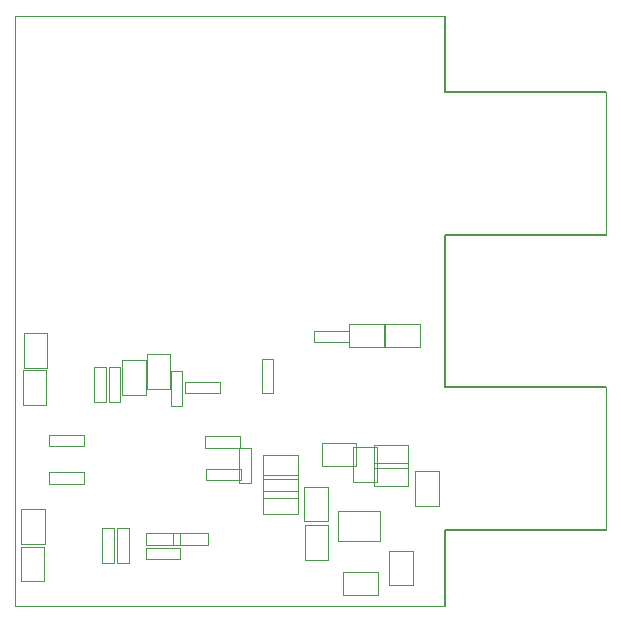
<source format=gbr>
G04 (created by PCBNEW (2013-mar-13)-testing) date Thu 13 Jun 2013 11:54:36 PM ICT*
%MOIN*%
G04 Gerber Fmt 3.4, Leading zero omitted, Abs format*
%FSLAX34Y34*%
G01*
G70*
G90*
G04 APERTURE LIST*
%ADD10C,0.00393701*%
%ADD11C,0.00590551*%
%ADD12C,0.0019685*%
%ADD13C,0.002*%
G04 APERTURE END LIST*
G54D10*
G54D11*
X53681Y-32066D02*
X53681Y-26988D01*
X59055Y-32066D02*
X53681Y-32066D01*
X59055Y-22224D02*
X53681Y-22224D01*
X59055Y-26988D02*
X53681Y-26988D01*
X53681Y-36830D02*
X53681Y-39370D01*
X53681Y-22224D02*
X53681Y-19685D01*
X59055Y-36830D02*
X53681Y-36830D01*
G54D10*
X39370Y-19685D02*
X53681Y-19685D01*
X59055Y-22224D02*
X59055Y-26988D01*
X59055Y-32066D02*
X59055Y-36830D01*
X53681Y-39370D02*
X39370Y-39370D01*
X39370Y-39370D02*
X39370Y-19685D01*
G54D12*
X51515Y-36181D02*
X51515Y-37204D01*
X51515Y-37204D02*
X50137Y-37204D01*
X50137Y-37204D02*
X50137Y-36181D01*
X50137Y-36181D02*
X51515Y-36181D01*
G54D13*
X50306Y-38235D02*
X51464Y-38235D01*
X51464Y-38235D02*
X51464Y-39009D01*
X51464Y-39009D02*
X50306Y-39009D01*
X50306Y-39009D02*
X50306Y-38235D01*
X49776Y-35385D02*
X49776Y-36543D01*
X49776Y-36543D02*
X49002Y-36543D01*
X49002Y-36543D02*
X49002Y-35385D01*
X49002Y-35385D02*
X49776Y-35385D01*
X49796Y-36665D02*
X49796Y-37823D01*
X49796Y-37823D02*
X49022Y-37823D01*
X49022Y-37823D02*
X49022Y-36665D01*
X49022Y-36665D02*
X49796Y-36665D01*
X50636Y-35224D02*
X50636Y-34066D01*
X50636Y-34066D02*
X51410Y-34066D01*
X51410Y-34066D02*
X51410Y-35224D01*
X51410Y-35224D02*
X50636Y-35224D01*
X48787Y-36292D02*
X47629Y-36292D01*
X47629Y-36292D02*
X47629Y-35518D01*
X47629Y-35518D02*
X48787Y-35518D01*
X48787Y-35518D02*
X48787Y-36292D01*
X52468Y-35367D02*
X51310Y-35367D01*
X51310Y-35367D02*
X51310Y-34593D01*
X51310Y-34593D02*
X52468Y-34593D01*
X52468Y-34593D02*
X52468Y-35367D01*
X52468Y-34776D02*
X51310Y-34776D01*
X51310Y-34776D02*
X51310Y-34002D01*
X51310Y-34002D02*
X52468Y-34002D01*
X52468Y-34002D02*
X52468Y-34776D01*
X49578Y-33924D02*
X50736Y-33924D01*
X50736Y-33924D02*
X50736Y-34698D01*
X50736Y-34698D02*
X49578Y-34698D01*
X49578Y-34698D02*
X49578Y-33924D01*
X51661Y-30721D02*
X50503Y-30721D01*
X50503Y-30721D02*
X50503Y-29947D01*
X50503Y-29947D02*
X51661Y-29947D01*
X51661Y-29947D02*
X51661Y-30721D01*
X51704Y-29947D02*
X52862Y-29947D01*
X52862Y-29947D02*
X52862Y-30721D01*
X52862Y-30721D02*
X51704Y-30721D01*
X51704Y-30721D02*
X51704Y-29947D01*
X48787Y-35761D02*
X47629Y-35761D01*
X47629Y-35761D02*
X47629Y-34987D01*
X47629Y-34987D02*
X48787Y-34987D01*
X48787Y-34987D02*
X48787Y-35761D01*
X47965Y-31113D02*
X47965Y-32271D01*
X47965Y-32271D02*
X47585Y-32271D01*
X47585Y-32271D02*
X47585Y-31113D01*
X47585Y-31113D02*
X47965Y-31113D01*
X49322Y-30184D02*
X50480Y-30184D01*
X50480Y-30184D02*
X50480Y-30564D01*
X50480Y-30564D02*
X49322Y-30564D01*
X49322Y-30564D02*
X49322Y-30184D01*
X52703Y-36031D02*
X52703Y-34873D01*
X52703Y-34873D02*
X53477Y-34873D01*
X53477Y-34873D02*
X53477Y-36031D01*
X53477Y-36031D02*
X52703Y-36031D01*
X52611Y-37511D02*
X52611Y-38669D01*
X52611Y-38669D02*
X51837Y-38669D01*
X51837Y-38669D02*
X51837Y-37511D01*
X51837Y-37511D02*
X52611Y-37511D01*
X47629Y-34337D02*
X48787Y-34337D01*
X48787Y-34337D02*
X48787Y-35111D01*
X48787Y-35111D02*
X47629Y-35111D01*
X47629Y-35111D02*
X47629Y-34337D01*
X42650Y-36763D02*
X42650Y-37921D01*
X42650Y-37921D02*
X42270Y-37921D01*
X42270Y-37921D02*
X42270Y-36763D01*
X42270Y-36763D02*
X42650Y-36763D01*
X41995Y-32547D02*
X41995Y-31389D01*
X41995Y-31389D02*
X42375Y-31389D01*
X42375Y-31389D02*
X42375Y-32547D01*
X42375Y-32547D02*
X41995Y-32547D01*
X43712Y-36935D02*
X44870Y-36935D01*
X44870Y-36935D02*
X44870Y-37315D01*
X44870Y-37315D02*
X43712Y-37315D01*
X43712Y-37315D02*
X43712Y-36935D01*
X45795Y-37315D02*
X44637Y-37315D01*
X44637Y-37315D02*
X44637Y-36935D01*
X44637Y-36935D02*
X45795Y-36935D01*
X45795Y-36935D02*
X45795Y-37315D01*
X45720Y-34790D02*
X46878Y-34790D01*
X46878Y-34790D02*
X46878Y-35170D01*
X46878Y-35170D02*
X45720Y-35170D01*
X45720Y-35170D02*
X45720Y-34790D01*
X41641Y-35288D02*
X40483Y-35288D01*
X40483Y-35288D02*
X40483Y-34908D01*
X40483Y-34908D02*
X41641Y-34908D01*
X41641Y-34908D02*
X41641Y-35288D01*
X45700Y-33707D02*
X46858Y-33707D01*
X46858Y-33707D02*
X46858Y-34087D01*
X46858Y-34087D02*
X45700Y-34087D01*
X45700Y-34087D02*
X45700Y-33707D01*
X42487Y-32547D02*
X42487Y-31389D01*
X42487Y-31389D02*
X42867Y-31389D01*
X42867Y-31389D02*
X42867Y-32547D01*
X42867Y-32547D02*
X42487Y-32547D01*
X44554Y-32685D02*
X44554Y-31527D01*
X44554Y-31527D02*
X44934Y-31527D01*
X44934Y-31527D02*
X44934Y-32685D01*
X44934Y-32685D02*
X44554Y-32685D01*
X43142Y-36763D02*
X43142Y-37921D01*
X43142Y-37921D02*
X42762Y-37921D01*
X42762Y-37921D02*
X42762Y-36763D01*
X42762Y-36763D02*
X43142Y-36763D01*
X41641Y-34028D02*
X40483Y-34028D01*
X40483Y-34028D02*
X40483Y-33648D01*
X40483Y-33648D02*
X41641Y-33648D01*
X41641Y-33648D02*
X41641Y-34028D01*
X44870Y-37808D02*
X43712Y-37808D01*
X43712Y-37808D02*
X43712Y-37428D01*
X43712Y-37428D02*
X44870Y-37428D01*
X44870Y-37428D02*
X44870Y-37808D01*
X47217Y-34106D02*
X47217Y-35264D01*
X47217Y-35264D02*
X46837Y-35264D01*
X46837Y-35264D02*
X46837Y-34106D01*
X46837Y-34106D02*
X47217Y-34106D01*
X45021Y-31896D02*
X46179Y-31896D01*
X46179Y-31896D02*
X46179Y-32276D01*
X46179Y-32276D02*
X45021Y-32276D01*
X45021Y-32276D02*
X45021Y-31896D01*
X40347Y-37281D02*
X40347Y-36123D01*
X40347Y-36123D02*
X39573Y-36123D01*
X39573Y-36123D02*
X39573Y-37281D01*
X39573Y-37281D02*
X40347Y-37281D01*
X39622Y-31497D02*
X39622Y-32655D01*
X39622Y-32655D02*
X40396Y-32655D01*
X40396Y-32655D02*
X40396Y-31497D01*
X40396Y-31497D02*
X39622Y-31497D01*
X39563Y-37383D02*
X39563Y-38541D01*
X39563Y-38541D02*
X40337Y-38541D01*
X40337Y-38541D02*
X40337Y-37383D01*
X40337Y-37383D02*
X39563Y-37383D01*
X39642Y-30267D02*
X39642Y-31425D01*
X39642Y-31425D02*
X40416Y-31425D01*
X40416Y-31425D02*
X40416Y-30267D01*
X40416Y-30267D02*
X39642Y-30267D01*
X43713Y-31153D02*
X43713Y-32311D01*
X43713Y-32311D02*
X42939Y-32311D01*
X42939Y-32311D02*
X42939Y-31153D01*
X42939Y-31153D02*
X43713Y-31153D01*
X44520Y-30976D02*
X44520Y-32134D01*
X44520Y-32134D02*
X43746Y-32134D01*
X43746Y-32134D02*
X43746Y-30976D01*
X43746Y-30976D02*
X44520Y-30976D01*
M02*

</source>
